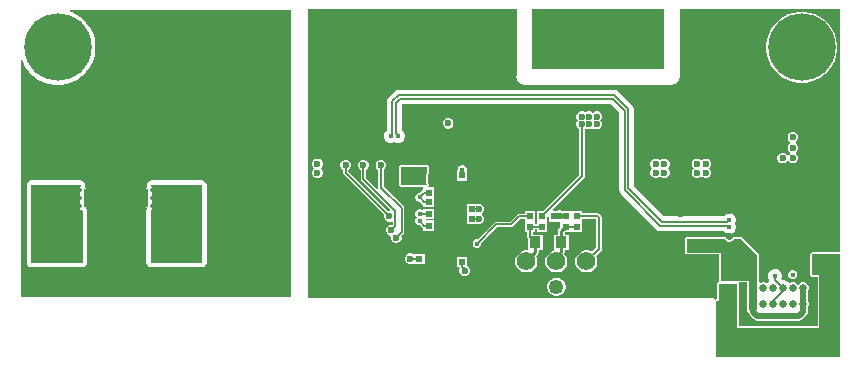
<source format=gbl>
G04*
G04 #@! TF.GenerationSoftware,Altium Limited,Altium Designer,25.8.1 (18)*
G04*
G04 Layer_Physical_Order=4*
G04 Layer_Color=16711680*
%FSLAX44Y44*%
%MOMM*%
G71*
G04*
G04 #@! TF.SameCoordinates,CB7AE753-39BB-4508-A2AF-D9C63A25AC19*
G04*
G04*
G04 #@! TF.FilePolarity,Positive*
G04*
G01*
G75*
%ADD10C,0.2500*%
%ADD12C,0.1500*%
%ADD13C,0.2000*%
%ADD17R,0.6153X0.5725*%
%ADD20R,0.5725X0.6153*%
%ADD40R,0.9500X1.0000*%
%ADD58C,0.6500*%
%ADD59R,1.5700X1.5700*%
%ADD60C,1.5700*%
%ADD63C,1.2500*%
G04:AMPARAMS|DCode=66|XSize=0.9mm|YSize=1.7mm|CornerRadius=0.45mm|HoleSize=0mm|Usage=FLASHONLY|Rotation=0.000|XOffset=0mm|YOffset=0mm|HoleType=Round|Shape=RoundedRectangle|*
%AMROUNDEDRECTD66*
21,1,0.9000,0.8000,0,0,0.0*
21,1,0.0000,1.7000,0,0,0.0*
1,1,0.9000,0.0000,-0.4000*
1,1,0.9000,0.0000,-0.4000*
1,1,0.9000,0.0000,0.4000*
1,1,0.9000,0.0000,0.4000*
%
%ADD66ROUNDEDRECTD66*%
G04:AMPARAMS|DCode=67|XSize=0.9mm|YSize=2.4mm|CornerRadius=0.45mm|HoleSize=0mm|Usage=FLASHONLY|Rotation=0.000|XOffset=0mm|YOffset=0mm|HoleType=Round|Shape=RoundedRectangle|*
%AMROUNDEDRECTD67*
21,1,0.9000,1.5000,0,0,0.0*
21,1,0.0000,2.4000,0,0,0.0*
1,1,0.9000,0.0000,-0.7500*
1,1,0.9000,0.0000,-0.7500*
1,1,0.9000,0.0000,0.7500*
1,1,0.9000,0.0000,0.7500*
%
%ADD67ROUNDEDRECTD67*%
%ADD68C,0.4500*%
%ADD69C,0.1984*%
%ADD70C,0.5000*%
%ADD71C,3.5000*%
%ADD72C,4.7000*%
%ADD73C,5.7000*%
%ADD74C,0.6000*%
%ADD75C,0.4500*%
G04:AMPARAMS|DCode=77|XSize=0.45mm|YSize=0.3mm|CornerRadius=0.0495mm|HoleSize=0mm|Usage=FLASHONLY|Rotation=0.000|XOffset=0mm|YOffset=0mm|HoleType=Round|Shape=RoundedRectangle|*
%AMROUNDEDRECTD77*
21,1,0.4500,0.2010,0,0,0.0*
21,1,0.3510,0.3000,0,0,0.0*
1,1,0.0990,0.1755,-0.1005*
1,1,0.0990,-0.1755,-0.1005*
1,1,0.0990,-0.1755,0.1005*
1,1,0.0990,0.1755,0.1005*
%
%ADD77ROUNDEDRECTD77*%
G04:AMPARAMS|DCode=78|XSize=1mm|YSize=1.6mm|CornerRadius=0.05mm|HoleSize=0mm|Usage=FLASHONLY|Rotation=0.000|XOffset=0mm|YOffset=0mm|HoleType=Round|Shape=RoundedRectangle|*
%AMROUNDEDRECTD78*
21,1,1.0000,1.5000,0,0,0.0*
21,1,0.9000,1.6000,0,0,0.0*
1,1,0.1000,0.4500,-0.7500*
1,1,0.1000,-0.4500,-0.7500*
1,1,0.1000,-0.4500,0.7500*
1,1,0.1000,0.4500,0.7500*
%
%ADD78ROUNDEDRECTD78*%
%ADD79R,1.9600X1.4200*%
G36*
X198444Y196556D02*
X86250D01*
Y247451D01*
X198444D01*
Y196556D01*
D02*
G37*
G36*
X347451Y42824D02*
X347451Y41624D01*
X323750D01*
X322602Y41148D01*
X322126Y40000D01*
Y22500D01*
X322602Y21352D01*
X323750Y20876D01*
X328376D01*
Y-20876D01*
X261624D01*
Y15000D01*
X262209Y15876D01*
X268376D01*
Y12195D01*
X268376Y12195D01*
Y10305D01*
X268376Y10305D01*
Y-1305D01*
X268376Y-1305D01*
Y-3195D01*
X268376Y-3195D01*
Y-7500D01*
X268852Y-8648D01*
X269723Y-9009D01*
X269982Y-10311D01*
X270866Y-11634D01*
X274616Y-15384D01*
X274616Y-15384D01*
X275939Y-16268D01*
X277500Y-16578D01*
X277500Y-16578D01*
X312500D01*
X312500Y-16578D01*
X314061Y-16268D01*
X315384Y-15384D01*
X319134Y-11634D01*
X319134Y-11634D01*
X320018Y-10311D01*
X320328Y-8750D01*
Y-4816D01*
X321000Y-3195D01*
Y-1305D01*
X320328Y316D01*
Y8684D01*
X321000Y10305D01*
Y12195D01*
X320277Y13941D01*
X318941Y15277D01*
X317195Y16000D01*
X315305D01*
X313559Y15277D01*
X312784Y14502D01*
X312000Y14065D01*
X311216Y14502D01*
X310441Y15277D01*
X308695Y16000D01*
X306805D01*
X305059Y15277D01*
X304691Y15325D01*
X304651Y15395D01*
X303395Y16651D01*
X301855Y17540D01*
X300139Y18000D01*
X298977D01*
X297846Y19131D01*
X298250Y20106D01*
Y22394D01*
X297375Y24507D01*
X295757Y26125D01*
X293644Y27000D01*
X291356D01*
X289243Y26125D01*
X287625Y24507D01*
X286750Y22394D01*
Y20106D01*
X287625Y17993D01*
X287027Y16895D01*
X286605Y16651D01*
X285349Y15395D01*
X285309Y15325D01*
X284941Y15277D01*
X283195Y16000D01*
X281305D01*
X280324Y15593D01*
X279124Y16395D01*
Y38750D01*
X278648Y39898D01*
X264898Y53648D01*
X263750Y54124D01*
X257585D01*
X257287Y54000D01*
X256964Y54000D01*
X256735Y53772D01*
X256437Y53648D01*
X256417Y53599D01*
X255379Y52561D01*
X254322Y52124D01*
X253178D01*
X252121Y52561D01*
X251083Y53599D01*
X251063Y53648D01*
X250764Y53772D01*
X250536Y54000D01*
X250213Y54000D01*
X249915Y54124D01*
X217500D01*
X216352Y53648D01*
X215876Y52500D01*
Y41250D01*
X216352Y40102D01*
X217500Y39626D01*
X244626D01*
Y36197D01*
X244687Y36051D01*
X244666Y36000D01*
Y35921D01*
X244658Y35880D01*
X244666Y35840D01*
Y21160D01*
X244658Y21120D01*
X244666Y21079D01*
Y21000D01*
X244687Y20949D01*
X244626Y20803D01*
Y17500D01*
X244991Y16620D01*
X243852Y16148D01*
X243376Y15000D01*
Y1624D01*
X242549D01*
X242058Y1420D01*
X241802Y1802D01*
X240975Y2355D01*
X240000Y2549D01*
X-103444D01*
Y247451D01*
X73750D01*
Y191896D01*
X73667Y191697D01*
X73444Y190000D01*
X73667Y188303D01*
X74322Y186722D01*
X75364Y185364D01*
X76722Y184322D01*
X78303Y183667D01*
X80000Y183444D01*
X205000D01*
X206697Y183667D01*
X208278Y184322D01*
X209636Y185364D01*
X210678Y186722D01*
X211333Y188303D01*
X211556Y190000D01*
Y247451D01*
X347451D01*
X347451Y42824D01*
D02*
G37*
G36*
X-117605Y3609D02*
X-346391D01*
Y204173D01*
X-345191Y204363D01*
X-344656Y202716D01*
X-342369Y198228D01*
X-339408Y194153D01*
X-335847Y190592D01*
X-331772Y187631D01*
X-327284Y185344D01*
X-322493Y183788D01*
X-317519Y183000D01*
X-312481D01*
X-307507Y183788D01*
X-302716Y185344D01*
X-298228Y187631D01*
X-294153Y190592D01*
X-290592Y194153D01*
X-287631Y198228D01*
X-285344Y202716D01*
X-283788Y207507D01*
X-283000Y212481D01*
Y217519D01*
X-283788Y222493D01*
X-285344Y227284D01*
X-287631Y231772D01*
X-290592Y235847D01*
X-294153Y239408D01*
X-298228Y242369D01*
X-302716Y244656D01*
X-304363Y245191D01*
X-304173Y246391D01*
X-117605D01*
Y3609D01*
D02*
G37*
G36*
X277500Y38750D02*
Y12195D01*
Y10305D01*
Y-1305D01*
Y-3195D01*
Y-7500D01*
X270000D01*
Y-3195D01*
X270000Y-3195D01*
Y-1305D01*
X270000Y-1305D01*
Y10305D01*
X270000Y10305D01*
Y12195D01*
X270000Y12195D01*
Y17500D01*
X246250D01*
Y20803D01*
X246289Y21000D01*
Y36000D01*
X246250Y36197D01*
Y41250D01*
X217500D01*
Y52500D01*
X249915D01*
X249935Y52451D01*
X251201Y51185D01*
X252855Y50500D01*
X254645D01*
X256299Y51185D01*
X257565Y52451D01*
X257585Y52500D01*
X263750D01*
X277500Y38750D01*
D02*
G37*
G36*
X347451Y-47451D02*
X242549D01*
Y0D01*
X245000D01*
Y15000D01*
X260000D01*
Y-22500D01*
X330000D01*
Y22500D01*
X323750D01*
Y40000D01*
X347451D01*
Y-47451D01*
D02*
G37*
%LPC*%
G36*
X317361Y245000D02*
X312639D01*
X307975Y244261D01*
X303484Y242802D01*
X299277Y240658D01*
X295456Y237883D01*
X292117Y234544D01*
X289342Y230723D01*
X287198Y226516D01*
X285739Y222025D01*
X285000Y217361D01*
Y212639D01*
X285739Y207975D01*
X287198Y203484D01*
X289342Y199277D01*
X292117Y195456D01*
X295456Y192117D01*
X299277Y189342D01*
X303484Y187198D01*
X307975Y185739D01*
X312639Y185000D01*
X317361D01*
X322025Y185739D01*
X326516Y187198D01*
X330723Y189342D01*
X334544Y192117D01*
X337883Y195456D01*
X340658Y199277D01*
X342802Y203484D01*
X344261Y207975D01*
X345000Y212639D01*
Y217361D01*
X344261Y222025D01*
X342802Y226516D01*
X340658Y230723D01*
X337883Y234544D01*
X334544Y237883D01*
X330723Y240658D01*
X326516Y242802D01*
X322025Y244261D01*
X317361Y245000D01*
D02*
G37*
G36*
X142145Y160750D02*
X140355D01*
X138701Y160065D01*
X138125Y159489D01*
X137549Y160065D01*
X135895Y160750D01*
X134105D01*
X132451Y160065D01*
X131875Y159489D01*
X131299Y160065D01*
X129645Y160750D01*
X127855D01*
X126201Y160065D01*
X124935Y158799D01*
X124250Y157145D01*
Y155355D01*
X124935Y153701D01*
X125511Y153125D01*
X124935Y152549D01*
X124250Y150895D01*
Y149105D01*
X124935Y147451D01*
X126201Y146185D01*
X126201Y146185D01*
Y106806D01*
X95758Y76362D01*
X90638D01*
Y65508D01*
X89362D01*
Y76362D01*
X80638D01*
Y74080D01*
X75462D01*
X75462Y74080D01*
X74584Y73905D01*
X73840Y73408D01*
X73839Y73408D01*
X67726Y67294D01*
X56250D01*
X55372Y67119D01*
X54628Y66622D01*
X40506Y52500D01*
X39254D01*
X37876Y51929D01*
X36821Y50874D01*
X36250Y49496D01*
Y48004D01*
X36821Y46626D01*
X37876Y45571D01*
X39254Y45000D01*
X40746D01*
X42124Y45571D01*
X43179Y46626D01*
X43750Y48004D01*
Y49256D01*
X57200Y62706D01*
X68676D01*
X69554Y62881D01*
X70298Y63378D01*
X76412Y69492D01*
X80638D01*
Y58638D01*
X82706D01*
Y54750D01*
X82881Y53872D01*
X83250Y53319D01*
Y44184D01*
X83175Y43467D01*
X82236Y43050D01*
X80669D01*
X78291Y42413D01*
X76159Y41182D01*
X74418Y39441D01*
X73187Y37309D01*
X72550Y34931D01*
Y32469D01*
X73187Y30091D01*
X74418Y27959D01*
X76159Y26218D01*
X78291Y24987D01*
X80669Y24350D01*
X83131D01*
X85509Y24987D01*
X87641Y26218D01*
X89382Y27959D01*
X90613Y30091D01*
X91250Y32469D01*
Y34931D01*
X90613Y37309D01*
X90196Y38031D01*
X91483Y39317D01*
X92090Y40227D01*
X92304Y41300D01*
Y43500D01*
X95750D01*
Y56500D01*
X87294D01*
Y58638D01*
X89362D01*
Y60920D01*
X90638D01*
Y58638D01*
X99362D01*
Y71694D01*
X99438Y71745D01*
X100638Y71103D01*
Y67209D01*
X109362D01*
Y68000D01*
X110638D01*
Y62817D01*
X109517Y61697D01*
X108910Y60787D01*
X108696Y59714D01*
Y56500D01*
X105250D01*
Y43500D01*
X104472Y42622D01*
X103691Y42413D01*
X101559Y41182D01*
X99818Y39441D01*
X98587Y37309D01*
X97950Y34931D01*
Y32469D01*
X98587Y30091D01*
X99818Y27959D01*
X101559Y26218D01*
X103691Y24987D01*
X106069Y24350D01*
X108531D01*
X110909Y24987D01*
X113041Y26218D01*
X114782Y27959D01*
X116013Y30091D01*
X116650Y32469D01*
Y34931D01*
X116013Y37309D01*
X114782Y39441D01*
X113984Y40239D01*
X114090Y40399D01*
X114304Y41472D01*
Y43500D01*
X117750D01*
Y56500D01*
X114304D01*
Y58553D01*
X114389Y58638D01*
X119362D01*
Y60920D01*
X120638D01*
Y58638D01*
X129362D01*
Y69237D01*
X140951D01*
Y45556D01*
X137259Y41864D01*
X136309Y42413D01*
X133931Y43050D01*
X131469D01*
X129091Y42413D01*
X126959Y41182D01*
X125218Y39441D01*
X123987Y37309D01*
X123350Y34931D01*
Y32469D01*
X123987Y30091D01*
X125218Y27959D01*
X126959Y26218D01*
X129091Y24987D01*
X131469Y24350D01*
X133931D01*
X136309Y24987D01*
X138441Y26218D01*
X140182Y27959D01*
X141413Y30091D01*
X142050Y32469D01*
Y34931D01*
X141413Y37309D01*
X140864Y38259D01*
X145302Y42698D01*
X145855Y43525D01*
X146049Y44500D01*
Y70614D01*
X145855Y71589D01*
X145302Y72416D01*
X144131Y73588D01*
X143304Y74141D01*
X142328Y74335D01*
X129362D01*
Y76362D01*
X120638D01*
Y65508D01*
X119362D01*
Y76362D01*
X112435D01*
X110895Y77000D01*
X109105D01*
X107565Y76362D01*
X104535D01*
X104076Y77471D01*
X130552Y103948D01*
X131105Y104775D01*
X131299Y105750D01*
Y145640D01*
X132451Y146185D01*
X134105Y145500D01*
X135895D01*
X137549Y146185D01*
X138125Y146761D01*
X138701Y146185D01*
X140355Y145500D01*
X142145D01*
X143799Y146185D01*
X145065Y147451D01*
X145750Y149105D01*
Y150895D01*
X145065Y152549D01*
X144489Y153125D01*
X145065Y153701D01*
X145750Y155355D01*
Y157145D01*
X145065Y158799D01*
X143799Y160065D01*
X142145Y160750D01*
D02*
G37*
G36*
X16431Y155036D02*
X14641D01*
X12987Y154351D01*
X11721Y153085D01*
X11036Y151431D01*
Y149641D01*
X11721Y147987D01*
X12987Y146721D01*
X14641Y146036D01*
X16431D01*
X18085Y146721D01*
X19351Y147987D01*
X20036Y149641D01*
Y151431D01*
X19351Y153085D01*
X18085Y154351D01*
X16431Y155036D01*
D02*
G37*
G36*
X308395Y143250D02*
X306605D01*
X304951Y142565D01*
X303685Y141299D01*
X303000Y139645D01*
Y137855D01*
X303685Y136201D01*
X304825Y135062D01*
X304894Y134375D01*
X304825Y133688D01*
X303685Y132549D01*
X303000Y130895D01*
Y129105D01*
X303685Y127451D01*
X304825Y126312D01*
X304894Y125625D01*
X304825Y124938D01*
X303811Y123925D01*
X303125Y123856D01*
X302439Y123925D01*
X301299Y125065D01*
X299645Y125750D01*
X297855D01*
X296201Y125065D01*
X294935Y123799D01*
X294250Y122145D01*
Y120355D01*
X294935Y118701D01*
X296201Y117435D01*
X297855Y116750D01*
X299645D01*
X301299Y117435D01*
X302439Y118575D01*
X303125Y118644D01*
X303811Y118575D01*
X304951Y117435D01*
X306605Y116750D01*
X308395D01*
X310049Y117435D01*
X311315Y118701D01*
X312000Y120355D01*
Y122145D01*
X311315Y123799D01*
X310175Y124938D01*
X310106Y125625D01*
X310175Y126312D01*
X311315Y127451D01*
X312000Y129105D01*
Y130895D01*
X311315Y132549D01*
X310175Y133688D01*
X310106Y134375D01*
X310175Y135062D01*
X311315Y136201D01*
X312000Y137855D01*
Y139645D01*
X311315Y141299D01*
X310049Y142565D01*
X308395Y143250D01*
D02*
G37*
G36*
X199645Y120750D02*
X197855D01*
X196201Y120065D01*
X195000Y118864D01*
X193799Y120065D01*
X192145Y120750D01*
X190355D01*
X188701Y120065D01*
X187435Y118799D01*
X186750Y117145D01*
Y115355D01*
X187435Y113701D01*
X188636Y112500D01*
X187435Y111299D01*
X186750Y109645D01*
Y107855D01*
X187435Y106201D01*
X188701Y104935D01*
X190355Y104250D01*
X192145D01*
X193799Y104935D01*
X195000Y106136D01*
X196201Y104935D01*
X197855Y104250D01*
X199645D01*
X201299Y104935D01*
X202565Y106201D01*
X203250Y107855D01*
Y109645D01*
X202565Y111299D01*
X201364Y112500D01*
X202565Y113701D01*
X203250Y115355D01*
Y117145D01*
X202565Y118799D01*
X201299Y120065D01*
X199645Y120750D01*
D02*
G37*
G36*
X234645D02*
X232855D01*
X231201Y120065D01*
X230000Y118864D01*
X228799Y120065D01*
X227145Y120750D01*
X225355D01*
X223701Y120065D01*
X222435Y118799D01*
X221750Y117145D01*
Y115355D01*
X222435Y113701D01*
X223636Y112500D01*
X222435Y111299D01*
X221750Y109645D01*
Y107855D01*
X222435Y106201D01*
X223701Y104935D01*
X225355Y104250D01*
X227145D01*
X228799Y104935D01*
X230000Y106136D01*
X231201Y104935D01*
X232855Y104250D01*
X234645D01*
X236299Y104935D01*
X237565Y106201D01*
X238250Y107855D01*
Y109645D01*
X237565Y111299D01*
X236364Y112500D01*
X237565Y113701D01*
X238250Y115355D01*
Y117145D01*
X237565Y118799D01*
X236299Y120065D01*
X234645Y120750D01*
D02*
G37*
G36*
X-94105D02*
X-95895D01*
X-97549Y120065D01*
X-98815Y118799D01*
X-99500Y117145D01*
Y115355D01*
X-98815Y113701D01*
X-97614Y112500D01*
X-98815Y111299D01*
X-99500Y109645D01*
Y107855D01*
X-98815Y106201D01*
X-97549Y104935D01*
X-95895Y104250D01*
X-94105D01*
X-92451Y104935D01*
X-91185Y106201D01*
X-90500Y107855D01*
Y109645D01*
X-91185Y111299D01*
X-92386Y112500D01*
X-91185Y113701D01*
X-90500Y115355D01*
Y117145D01*
X-91185Y118799D01*
X-92451Y120065D01*
X-94105Y120750D01*
D02*
G37*
G36*
X28246Y115000D02*
X26754D01*
X25376Y114429D01*
X24321Y113374D01*
X23750Y111996D01*
Y111362D01*
X23138D01*
Y102209D01*
X31862D01*
Y111362D01*
X31250D01*
Y111996D01*
X30679Y113374D01*
X29624Y114429D01*
X28246Y115000D01*
D02*
G37*
G36*
X-40355Y119500D02*
X-42145D01*
X-43799Y118815D01*
X-45065Y117549D01*
X-45750Y115895D01*
Y114105D01*
X-45065Y112451D01*
X-43799Y111185D01*
X-43544Y111080D01*
Y96250D01*
X-43478Y95920D01*
X-44584Y95329D01*
X-53956Y104700D01*
Y111080D01*
X-53701Y111185D01*
X-52435Y112451D01*
X-51750Y114105D01*
Y115895D01*
X-52435Y117549D01*
X-53701Y118815D01*
X-55355Y119500D01*
X-57145D01*
X-58799Y118815D01*
X-60065Y117549D01*
X-60750Y115895D01*
Y114105D01*
X-60065Y112451D01*
X-58799Y111185D01*
X-58544Y111080D01*
Y103750D01*
X-58369Y102872D01*
X-57872Y102128D01*
X-33444Y77700D01*
X-33941Y76500D01*
X-35145D01*
X-35400Y76394D01*
X-68956Y109950D01*
Y111080D01*
X-68701Y111185D01*
X-67435Y112451D01*
X-66750Y114105D01*
Y115895D01*
X-67435Y117549D01*
X-68701Y118815D01*
X-70355Y119500D01*
X-72145D01*
X-73799Y118815D01*
X-75065Y117549D01*
X-75750Y115895D01*
Y114105D01*
X-75065Y112451D01*
X-73799Y111185D01*
X-73544Y111080D01*
Y109000D01*
X-73369Y108122D01*
X-72872Y107378D01*
X-38644Y73150D01*
X-38750Y72895D01*
Y71105D01*
X-38065Y69451D01*
X-36799Y68185D01*
X-35145Y67500D01*
X-33355D01*
X-32494Y67857D01*
X-31294Y67055D01*
Y65609D01*
X-31605Y64500D01*
X-33395D01*
X-35049Y63815D01*
X-36315Y62549D01*
X-37000Y60895D01*
Y59105D01*
X-36315Y57451D01*
X-35049Y56185D01*
X-33731Y55639D01*
X-32840Y54655D01*
Y52864D01*
X-32155Y51211D01*
X-30889Y49945D01*
X-29235Y49260D01*
X-27445D01*
X-25791Y49945D01*
X-24525Y51211D01*
X-23840Y52864D01*
Y54655D01*
X-23945Y54910D01*
X-22128Y56727D01*
X-21631Y57471D01*
X-21456Y58349D01*
Y78750D01*
X-21631Y79628D01*
X-22128Y80372D01*
X-38956Y97200D01*
Y111080D01*
X-38701Y111185D01*
X-37435Y112451D01*
X-36750Y114105D01*
Y115895D01*
X-37435Y117549D01*
X-38701Y118815D01*
X-40355Y119500D01*
D02*
G37*
G36*
X-2500Y115624D02*
X-24209D01*
X-25357Y115148D01*
X-25833Y114000D01*
Y105638D01*
Y98000D01*
X-25357Y96852D01*
X-24209Y96376D01*
X-6557D01*
X-5362Y96362D01*
X-5362Y94377D01*
X-5475Y94355D01*
X-6302Y93802D01*
X-8355Y91750D01*
X-9246D01*
X-10624Y91179D01*
X-11679Y90124D01*
X-12250Y88746D01*
Y87254D01*
X-11679Y85876D01*
X-10624Y84821D01*
X-9246Y84250D01*
X-8355D01*
X-6302Y82198D01*
X-5475Y81645D01*
X-5362Y81622D01*
Y79638D01*
X3791D01*
Y87638D01*
Y96362D01*
X-274D01*
X-1058Y97562D01*
X-876Y98000D01*
Y99388D01*
X-1168Y100091D01*
Y107410D01*
X-876Y108112D01*
Y114000D01*
X-1352Y115148D01*
X-2500Y115624D01*
D02*
G37*
G36*
X3791Y78362D02*
X-5362D01*
Y77863D01*
X-5829Y77548D01*
X-6562Y77256D01*
X-7754Y77750D01*
X-9246D01*
X-10624Y77179D01*
X-11679Y76124D01*
X-12250Y74746D01*
Y73254D01*
X-11679Y71876D01*
X-10803Y71000D01*
X-11679Y70124D01*
X-12250Y68746D01*
Y67254D01*
X-11679Y65876D01*
X-10624Y64821D01*
X-9246Y64250D01*
X-8355D01*
X-6302Y62198D01*
X-5475Y61645D01*
X-5362Y61623D01*
Y59638D01*
X3791D01*
Y68362D01*
X-3563D01*
X-3603Y68438D01*
X-2884Y69638D01*
X3791D01*
Y78362D01*
D02*
G37*
G36*
X42395Y82500D02*
X40605D01*
X40273Y82362D01*
X31209D01*
Y73638D01*
Y65638D01*
X40273D01*
X40605Y65500D01*
X42395D01*
X44049Y66185D01*
X45315Y67451D01*
X46000Y69105D01*
Y70895D01*
X45315Y72549D01*
X44648Y73216D01*
X44163Y74000D01*
X44648Y74784D01*
X45315Y75451D01*
X46000Y77105D01*
Y78895D01*
X45315Y80549D01*
X44049Y81815D01*
X42395Y82500D01*
D02*
G37*
G36*
X156347Y179083D02*
X-26347D01*
X-28100Y178734D01*
X-29586Y177741D01*
X-34865Y172462D01*
X-35858Y170976D01*
X-36206Y169223D01*
Y144896D01*
X-36257Y144875D01*
X-37875Y143257D01*
X-38750Y141144D01*
Y138856D01*
X-37875Y136743D01*
X-36257Y135125D01*
X-34144Y134250D01*
X-31856D01*
X-30000Y135019D01*
X-28144Y134250D01*
X-25856D01*
X-23743Y135125D01*
X-22125Y136743D01*
X-21250Y138856D01*
Y141144D01*
X-22125Y143257D01*
X-23743Y144875D01*
X-23794Y144896D01*
Y165979D01*
X-23103Y166670D01*
X153103D01*
X160420Y159353D01*
Y94248D01*
X160769Y92495D01*
X161761Y91009D01*
X191885Y60885D01*
X193371Y59892D01*
X195124Y59544D01*
X248854D01*
X248875Y59493D01*
X250493Y57875D01*
X252606Y57000D01*
X254894D01*
X257007Y57875D01*
X258625Y59493D01*
X259500Y61606D01*
Y63894D01*
X258731Y65750D01*
X259500Y67606D01*
Y69894D01*
X258625Y72007D01*
X257007Y73625D01*
X254894Y74500D01*
X252606D01*
X250493Y73625D01*
X248875Y72007D01*
X248854Y71956D01*
X198368D01*
X172833Y97492D01*
Y162597D01*
X172484Y164350D01*
X171491Y165836D01*
X159586Y177741D01*
X158100Y178734D01*
X156347Y179083D01*
D02*
G37*
G36*
X-15605Y40500D02*
X-17395D01*
X-19049Y39815D01*
X-20315Y38549D01*
X-21000Y36895D01*
Y35105D01*
X-20315Y33451D01*
X-19049Y32185D01*
X-17395Y31500D01*
X-15605D01*
X-14562Y31932D01*
X-13362Y31638D01*
Y31638D01*
X-13362Y31638D01*
X-4209D01*
Y40362D01*
X-13362D01*
X-13362Y40362D01*
Y40362D01*
X-14562Y40068D01*
X-15605Y40500D01*
D02*
G37*
G36*
X31862Y37791D02*
X23138D01*
Y28638D01*
X24681D01*
X25266Y27536D01*
X25000Y26895D01*
Y25105D01*
X25685Y23451D01*
X26951Y22185D01*
X28605Y21500D01*
X30395D01*
X32049Y22185D01*
X33315Y23451D01*
X34000Y25105D01*
Y26895D01*
X33315Y28549D01*
X32049Y29815D01*
X31862Y29892D01*
Y37791D01*
D02*
G37*
G36*
X308246Y26250D02*
X306754D01*
X305376Y25679D01*
X304321Y24624D01*
X303750Y23246D01*
Y21754D01*
X304321Y20376D01*
X305376Y19321D01*
X306754Y18750D01*
X308246D01*
X309624Y19321D01*
X310679Y20376D01*
X311250Y21754D01*
Y23246D01*
X310679Y24624D01*
X309624Y25679D01*
X308246Y26250D01*
D02*
G37*
G36*
X108320Y19850D02*
X106280D01*
X104309Y19322D01*
X102541Y18302D01*
X101098Y16859D01*
X100078Y15091D01*
X99550Y13120D01*
Y11080D01*
X100078Y9109D01*
X101098Y7341D01*
X102541Y5899D01*
X104309Y4878D01*
X106280Y4350D01*
X108320D01*
X110291Y4878D01*
X112059Y5899D01*
X113502Y7341D01*
X114522Y9109D01*
X115050Y11080D01*
Y13120D01*
X114522Y15091D01*
X113502Y16859D01*
X112059Y18302D01*
X110291Y19322D01*
X108320Y19850D01*
D02*
G37*
%LPD*%
G36*
X-2500Y108112D02*
X-2791D01*
Y99388D01*
X-2500D01*
Y98000D01*
X-24209D01*
Y105638D01*
Y114000D01*
X-2500D01*
Y108112D01*
D02*
G37*
%LPC*%
G36*
X-192500Y102319D02*
X-235811D01*
X-236027Y102275D01*
X-236248Y102292D01*
X-236705Y102141D01*
X-237177Y102047D01*
X-237360Y101924D01*
X-237570Y101855D01*
X-237934Y101541D01*
X-238334Y101273D01*
X-238457Y101090D01*
X-238624Y100946D01*
X-238841Y100516D01*
X-239108Y100116D01*
X-239151Y99899D01*
X-239250Y99702D01*
X-239582Y98502D01*
X-239592Y98369D01*
X-239643Y98246D01*
Y97679D01*
X-239685Y97113D01*
X-239643Y96987D01*
Y96854D01*
X-239520Y96556D01*
X-239828Y95005D01*
Y92995D01*
X-239518Y91436D01*
X-239060Y90750D01*
X-239518Y90064D01*
X-239828Y88505D01*
Y86495D01*
X-239518Y84936D01*
X-239060Y84250D01*
X-239518Y83564D01*
X-239828Y82005D01*
Y79995D01*
X-239554Y78618D01*
X-239615Y78311D01*
X-239750Y77986D01*
Y77635D01*
X-239819Y77290D01*
Y68750D01*
Y32500D01*
X-239547Y31134D01*
X-238773Y29977D01*
X-237616Y29203D01*
X-236250Y28931D01*
X-192500D01*
X-191134Y29203D01*
X-189977Y29977D01*
X-189203Y31134D01*
X-188931Y32500D01*
Y98750D01*
X-189203Y100116D01*
X-189977Y101273D01*
X-191134Y102047D01*
X-192500Y102319D01*
D02*
G37*
G36*
X-295639D02*
X-337500D01*
X-338866Y102047D01*
X-340023Y101273D01*
X-340797Y100116D01*
X-341069Y98750D01*
Y32500D01*
X-340797Y31134D01*
X-340023Y29977D01*
X-338866Y29203D01*
X-337500Y28931D01*
X-293750D01*
X-292384Y29203D01*
X-291227Y29977D01*
X-290453Y31134D01*
X-290182Y32500D01*
Y68750D01*
Y76359D01*
X-290250Y76703D01*
Y77055D01*
X-290385Y77380D01*
X-290453Y77724D01*
X-290648Y78017D01*
X-290783Y78341D01*
X-291031Y78590D01*
X-291227Y78882D01*
X-291519Y79077D01*
X-291590Y79149D01*
X-291422Y79995D01*
Y82005D01*
X-291732Y83564D01*
X-292190Y84250D01*
X-291732Y84936D01*
X-291422Y86495D01*
Y88505D01*
X-291732Y90064D01*
X-292190Y90750D01*
X-291732Y91436D01*
X-291422Y92995D01*
Y95005D01*
X-291730Y96556D01*
X-291607Y96854D01*
Y97179D01*
X-291539Y97497D01*
X-291607Y97868D01*
Y98246D01*
X-291731Y98546D01*
X-291790Y98866D01*
X-292220Y99950D01*
X-292547Y100455D01*
X-292846Y100977D01*
X-292948Y101094D01*
X-292973Y101113D01*
X-292976Y101119D01*
X-293009Y101141D01*
X-293046Y101170D01*
X-293115Y101273D01*
X-293594Y101593D01*
X-294050Y101945D01*
X-294170Y101978D01*
X-294273Y102047D01*
X-294838Y102159D01*
X-295394Y102310D01*
X-295517Y102294D01*
X-295639Y102319D01*
D02*
G37*
%LPD*%
G36*
X-192500Y32500D02*
X-236250D01*
Y68750D01*
Y77290D01*
X-235482Y78439D01*
X-235172Y80000D01*
Y95000D01*
X-235482Y96561D01*
X-236143Y97550D01*
X-235811Y98750D01*
X-192500D01*
Y32500D01*
D02*
G37*
G36*
X-295537Y98633D02*
X-295107Y97550D01*
X-295768Y96561D01*
X-296078Y95000D01*
Y80000D01*
X-295768Y78439D01*
X-294884Y77116D01*
X-293750Y76359D01*
Y68750D01*
Y32500D01*
X-337500D01*
Y98750D01*
X-295639D01*
X-295537Y98633D01*
D02*
G37*
D10*
X107300Y37272D02*
X111500Y41472D01*
X107300Y33700D02*
Y37272D01*
X111500Y41472D02*
Y50000D01*
X113173Y61388D02*
X113388D01*
X115000Y63000D01*
Y63214D01*
X111500Y50000D02*
Y59714D01*
X113173Y61388D01*
X81900Y33700D02*
X89500Y41300D01*
Y50000D01*
D12*
X-41250Y96250D02*
X-23750Y78750D01*
X-41250Y96250D02*
Y115000D01*
X-71250Y109000D02*
Y115000D01*
Y109000D02*
X-34250Y72000D01*
X-56250Y103750D02*
Y115000D01*
Y103750D02*
X-29000Y76500D01*
X105000Y71786D02*
X105714Y72500D01*
X110000D01*
Y71786D02*
X115000D01*
X75462D02*
X85000D01*
X68676Y65000D02*
X75462Y71786D01*
X56250Y65000D02*
X68676D01*
X40000Y48750D02*
X56250Y65000D01*
X125000Y63214D02*
X125000Y63214D01*
X115000Y63214D02*
X125000D01*
X115000Y71786D02*
X115000Y71786D01*
X89500Y50000D02*
Y50250D01*
X85000Y54750D02*
Y63214D01*
Y54750D02*
X89500Y50250D01*
X85000Y63214D02*
X95000D01*
X95000Y63214D01*
X-28340Y53760D02*
X-23750Y58349D01*
Y78750D01*
X-29000Y63500D02*
Y76500D01*
X-32500Y60000D02*
X-29000Y63500D01*
D13*
X27500Y29019D02*
Y33214D01*
Y29019D02*
X29500Y27019D01*
Y26000D02*
Y27019D01*
X-16500Y36000D02*
X-8786D01*
X35786Y70000D02*
X41500D01*
X-8500Y74000D02*
X-786D01*
X27500Y106786D02*
Y111250D01*
Y106786D02*
X27500Y106786D01*
X95000Y72000D02*
X128750Y105750D01*
X95000Y71786D02*
Y72000D01*
X128750Y105750D02*
Y152500D01*
X132700Y33700D02*
X143500Y44500D01*
X142328Y71786D02*
X143500Y70614D01*
X125000Y71786D02*
X142328D01*
X143500Y44500D02*
Y70614D01*
X35786Y78000D02*
X41500D01*
X-4500Y64000D02*
X-786D01*
X-8500Y68000D02*
X-4500Y64000D01*
X-4500Y92000D02*
X-786D01*
X-8500Y88000D02*
X-4500Y92000D01*
X-8500Y88000D02*
X-4500Y84000D01*
X-786D01*
D17*
X-20214Y102000D02*
D03*
X-8786Y36000D02*
D03*
X35786Y70000D02*
D03*
X-6786Y103750D02*
D03*
X-786Y74000D02*
D03*
X-20214Y110000D02*
D03*
X-28786Y102000D02*
D03*
X7786Y92000D02*
D03*
X-214Y36000D02*
D03*
X27214Y70000D02*
D03*
X1786Y103750D02*
D03*
X7786Y74000D02*
D03*
Y64000D02*
D03*
Y84000D02*
D03*
X27214Y78000D02*
D03*
X-28786Y110000D02*
D03*
X35786Y78000D02*
D03*
X-786Y84000D02*
D03*
Y64000D02*
D03*
Y92000D02*
D03*
D20*
X27500Y33214D02*
D03*
Y106786D02*
D03*
X95000Y71786D02*
D03*
X27500Y41786D02*
D03*
Y98214D02*
D03*
X105000Y63214D02*
D03*
X125000Y71786D02*
D03*
X105000D02*
D03*
X115000Y63214D02*
D03*
Y71786D02*
D03*
X95000Y63214D02*
D03*
X125000Y63214D02*
D03*
X85000Y71786D02*
D03*
Y63214D02*
D03*
D40*
X127500Y50000D02*
D03*
X73500D02*
D03*
X111500D02*
D03*
X89500D02*
D03*
D58*
X324750Y11250D02*
D03*
Y-2250D02*
D03*
X265250Y11250D02*
D03*
Y-2250D02*
D03*
X273750Y11250D02*
D03*
X282250D02*
D03*
X290750D02*
D03*
X299250D02*
D03*
X307750D02*
D03*
X316250D02*
D03*
Y-2250D02*
D03*
X307750D02*
D03*
X299250D02*
D03*
X290750D02*
D03*
X282250D02*
D03*
X273750D02*
D03*
D59*
X158100Y33700D02*
D03*
D60*
X132700D02*
D03*
X107300D02*
D03*
X81900D02*
D03*
D63*
X107300Y12100D02*
D03*
D66*
X251750Y-32350D02*
D03*
X338250D02*
D03*
D67*
X251750Y1450D02*
D03*
X338250D02*
D03*
D68*
X65500Y50000D02*
X73500D01*
X127500D02*
X135500D01*
D69*
X292500Y18000D02*
Y21250D01*
Y18000D02*
X299250Y11250D01*
X196471Y67376D02*
X251695D01*
X195124Y64124D02*
X251695D01*
X253069Y62750D02*
X253750D01*
X251695Y64124D02*
X253069Y62750D01*
X168253Y95595D02*
X196471Y67376D01*
X251695D02*
X253069Y68750D01*
X165000Y94248D02*
X195124Y64124D01*
X253069Y68750D02*
X253750D01*
X-31626Y169223D02*
X-26347Y174503D01*
X-31626Y142055D02*
Y169223D01*
X-28374Y142055D02*
X-27000Y140681D01*
X-33000D02*
X-31626Y142055D01*
X-28374Y142055D02*
Y167876D01*
X-33000Y140000D02*
Y140681D01*
X-27000Y140000D02*
Y140681D01*
X-28374Y167876D02*
X-25000Y171250D01*
X156347Y174503D02*
X168253Y162597D01*
X-26347Y174503D02*
X156347D01*
X155000Y171250D02*
X165000Y161250D01*
X-25000Y171250D02*
X155000D01*
X165000Y94248D02*
Y161250D01*
X168253Y95595D02*
Y162597D01*
X291614Y-1386D02*
Y942D01*
X290750Y-2250D02*
X291614Y-1386D01*
X298386Y7714D02*
Y10386D01*
X291614Y942D02*
X298386Y7714D01*
Y10386D02*
X299250Y11250D01*
D70*
X316250Y-8750D02*
Y-2250D01*
X312500Y-12500D02*
X316250Y-8750D01*
X277500Y-12500D02*
X312500D01*
X273750Y-8750D02*
X277500Y-12500D01*
X273750Y-8750D02*
Y-2250D01*
Y11250D01*
X316250Y-2250D02*
Y11250D01*
D71*
X-214200Y55000D02*
D03*
X-265000D02*
D03*
X-315800D02*
D03*
D72*
X172500Y222500D02*
D03*
D73*
X315000Y215000D02*
D03*
X-315000D02*
D03*
D74*
X41500Y70000D02*
D03*
X-16500Y36000D02*
D03*
X15536Y150536D02*
D03*
X-95000Y116250D02*
D03*
Y108750D02*
D03*
X128750Y150000D02*
D03*
X135000D02*
D03*
X141250D02*
D03*
Y156250D02*
D03*
X135000D02*
D03*
X128750D02*
D03*
X29500Y26000D02*
D03*
X-23750Y32500D02*
D03*
X37500Y26250D02*
D03*
X-38750Y65000D02*
D03*
X-36250Y47500D02*
D03*
X253750Y55000D02*
D03*
X-18750Y140000D02*
D03*
X-41250D02*
D03*
X253750Y76250D02*
D03*
X-90000Y20000D02*
D03*
X135500Y50000D02*
D03*
X65500D02*
D03*
X327500Y75000D02*
D03*
X212500Y56250D02*
D03*
X-70000Y235000D02*
D03*
X116250Y80000D02*
D03*
X-48750Y115000D02*
D03*
X-63750D02*
D03*
X30000Y240000D02*
D03*
X5000Y235000D02*
D03*
X15000D02*
D03*
X343750Y106250D02*
D03*
Y86250D02*
D03*
X343750Y75000D02*
D03*
X197500Y127500D02*
D03*
X215000D02*
D03*
X212500Y85000D02*
D03*
Y73750D02*
D03*
Y46250D02*
D03*
X135000Y65000D02*
D03*
X63750Y33750D02*
D03*
X37500Y90000D02*
D03*
X27500Y90000D02*
D03*
X17500D02*
D03*
X37500Y60000D02*
D03*
X17500Y50000D02*
D03*
X27500D02*
D03*
X7500D02*
D03*
X-2500Y56250D02*
D03*
X307500Y138750D02*
D03*
Y130000D02*
D03*
Y121250D02*
D03*
X198750Y108750D02*
D03*
X226250D02*
D03*
Y116250D02*
D03*
X198750D02*
D03*
X191250Y108750D02*
D03*
Y116250D02*
D03*
X233750Y108750D02*
D03*
Y116250D02*
D03*
X298750Y121250D02*
D03*
X236250Y46250D02*
D03*
X-71250Y115000D02*
D03*
X-41250D02*
D03*
X-56250D02*
D03*
X110000Y72500D02*
D03*
X223750Y46250D02*
D03*
X230000D02*
D03*
X-265000Y102500D02*
D03*
Y95000D02*
D03*
Y80000D02*
D03*
Y87500D02*
D03*
X-150000Y235200D02*
D03*
X-225000Y147750D02*
D03*
X-232500D02*
D03*
X-217500D02*
D03*
Y126250D02*
D03*
X-232500D02*
D03*
X-225000D02*
D03*
X-245000Y121750D02*
D03*
X-273750Y165500D02*
D03*
X-236250Y219500D02*
D03*
X-28340Y53760D02*
D03*
X-34250Y72000D02*
D03*
X-32500Y60000D02*
D03*
X41500Y78000D02*
D03*
D75*
X-14500Y102000D02*
D03*
X27500Y111250D02*
D03*
X-8500Y74000D02*
D03*
X110000Y144000D02*
D03*
X92500D02*
D03*
X115000Y129000D02*
D03*
Y104000D02*
D03*
Y116500D02*
D03*
X77500Y63750D02*
D03*
X75000Y144000D02*
D03*
X70000Y129000D02*
D03*
Y91500D02*
D03*
Y79764D02*
D03*
Y116500D02*
D03*
Y104000D02*
D03*
X63986Y73750D02*
D03*
X61250Y58750D02*
D03*
X72250D02*
D03*
X258214Y117500D02*
D03*
X234286Y155000D02*
D03*
X253750Y140000D02*
D03*
X187500Y132500D02*
D03*
X178036Y128750D02*
D03*
X207603Y134103D02*
D03*
X291250Y170250D02*
D03*
X298750D02*
D03*
X235000Y145000D02*
D03*
X-28000Y18000D02*
D03*
X-95000Y86964D02*
D03*
X92500Y78750D02*
D03*
X105000Y91250D02*
D03*
X-60000Y240000D02*
D03*
X-45000D02*
D03*
X-30000D02*
D03*
X-15000D02*
D03*
X225000D02*
D03*
X240000D02*
D03*
X255000D02*
D03*
X270000D02*
D03*
X285000D02*
D03*
X340000Y120000D02*
D03*
Y135000D02*
D03*
Y150000D02*
D03*
Y165000D02*
D03*
Y180000D02*
D03*
X-95000Y10000D02*
D03*
X-70000D02*
D03*
X-15000D02*
D03*
X67500Y22500D02*
D03*
X90000Y10000D02*
D03*
X130000D02*
D03*
X145000D02*
D03*
X160000D02*
D03*
X175000D02*
D03*
Y25000D02*
D03*
Y40000D02*
D03*
Y55000D02*
D03*
Y70000D02*
D03*
X160000D02*
D03*
Y55000D02*
D03*
Y85000D02*
D03*
X200000D02*
D03*
Y75000D02*
D03*
X215000Y5000D02*
D03*
X225000D02*
D03*
X235000D02*
D03*
X325000Y120000D02*
D03*
Y135000D02*
D03*
Y150000D02*
D03*
Y165000D02*
D03*
Y180000D02*
D03*
X-60000Y225000D02*
D03*
Y210000D02*
D03*
Y195000D02*
D03*
Y180000D02*
D03*
Y165000D02*
D03*
X-45000D02*
D03*
Y180000D02*
D03*
Y195000D02*
D03*
Y210000D02*
D03*
Y225000D02*
D03*
X-30000D02*
D03*
Y210000D02*
D03*
Y195000D02*
D03*
X-15000Y225000D02*
D03*
Y210000D02*
D03*
Y195000D02*
D03*
X45000Y10000D02*
D03*
X-95000Y75000D02*
D03*
Y60000D02*
D03*
Y45000D02*
D03*
Y30000D02*
D03*
Y165000D02*
D03*
Y150000D02*
D03*
Y135000D02*
D03*
Y180000D02*
D03*
Y195000D02*
D03*
Y210000D02*
D03*
Y225000D02*
D03*
Y240000D02*
D03*
X-80000Y225000D02*
D03*
X-85000Y140000D02*
D03*
X-55000D02*
D03*
X-70000D02*
D03*
X0Y195000D02*
D03*
Y210000D02*
D03*
X25000Y185000D02*
D03*
X40000D02*
D03*
X55000D02*
D03*
X70000D02*
D03*
X40000Y195000D02*
D03*
X55000D02*
D03*
X10000Y145000D02*
D03*
X15000Y115000D02*
D03*
Y130000D02*
D03*
X30000D02*
D03*
X40000Y115000D02*
D03*
X45000Y130000D02*
D03*
X100000Y158750D02*
D03*
X113750D02*
D03*
X135000Y120000D02*
D03*
X150000D02*
D03*
Y110000D02*
D03*
X135000D02*
D03*
X302500Y25825D02*
D03*
X302230Y43906D02*
D03*
X178036Y120000D02*
D03*
X307500Y22500D02*
D03*
X292500Y21250D02*
D03*
X122500Y202500D02*
D03*
X132500D02*
D03*
X142500D02*
D03*
Y242500D02*
D03*
X132500D02*
D03*
X122500D02*
D03*
X-175000Y10000D02*
D03*
X-190000D02*
D03*
X-205000D02*
D03*
X-220000D02*
D03*
X-235000D02*
D03*
X-250000D02*
D03*
X-265000D02*
D03*
X-280000D02*
D03*
X-295000D02*
D03*
X-310000D02*
D03*
X-325000D02*
D03*
X-340000D02*
D03*
Y180000D02*
D03*
Y165000D02*
D03*
Y150000D02*
D03*
Y135000D02*
D03*
Y120000D02*
D03*
Y105000D02*
D03*
X-285000Y240000D02*
D03*
X-270000D02*
D03*
X-255000D02*
D03*
X-240000D02*
D03*
X-225000D02*
D03*
X-210000D02*
D03*
X-195000D02*
D03*
X-180000D02*
D03*
X-165000D02*
D03*
X253750Y62750D02*
D03*
Y68750D02*
D03*
X-27000Y140000D02*
D03*
X-33000D02*
D03*
X40000Y48750D02*
D03*
X-8500Y68000D02*
D03*
Y88000D02*
D03*
D77*
X230000Y22000D02*
D03*
Y28500D02*
D03*
Y35000D02*
D03*
X249500Y28500D02*
D03*
Y22000D02*
D03*
Y35000D02*
D03*
X-234000Y81000D02*
D03*
Y87500D02*
D03*
Y94000D02*
D03*
X-253500D02*
D03*
Y87500D02*
D03*
Y81000D02*
D03*
X-297250Y94000D02*
D03*
Y87500D02*
D03*
Y81000D02*
D03*
X-277750D02*
D03*
Y87500D02*
D03*
Y94000D02*
D03*
D78*
X239750Y28500D02*
D03*
X-243750Y87500D02*
D03*
X-287500D02*
D03*
D79*
X336250Y61150D02*
D03*
Y31350D02*
D03*
M02*

</source>
